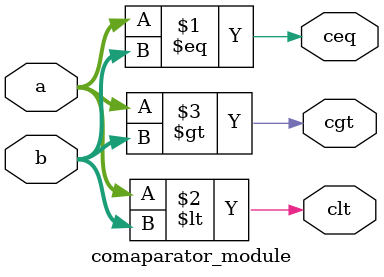
<source format=v>
`timescale 1ns / 1ps


module comaparator_module(
    input [3:0] a, b,
    output ceq, clt, cgt
);
assign ceq = (a == b);
assign clt = (a < b);
assign cgt = (a > b);

endmodule




</source>
